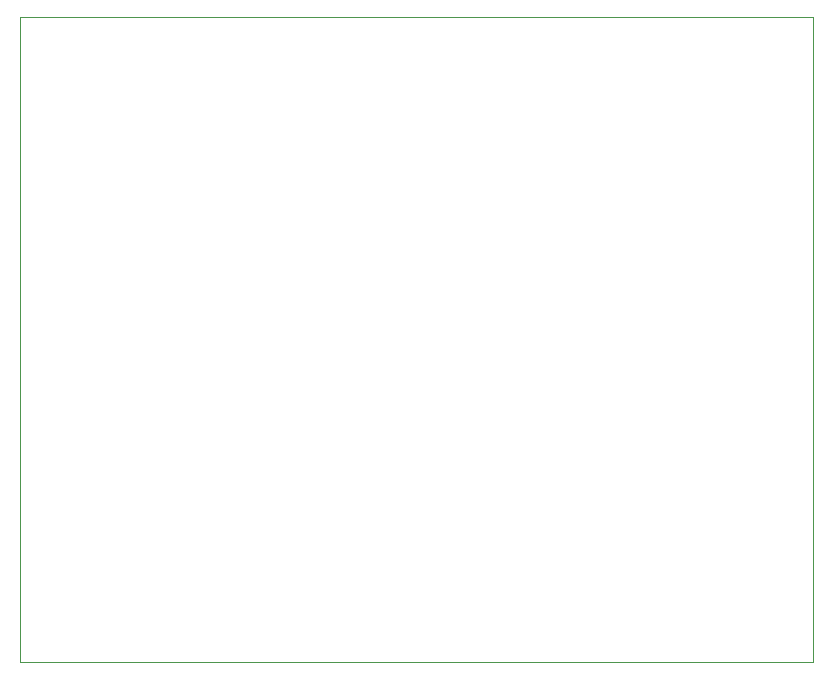
<source format=gm1>
%TF.GenerationSoftware,KiCad,Pcbnew,(6.0.2)*%
%TF.CreationDate,2024-03-29T16:16:56-05:00*%
%TF.ProjectId,Security_Mat,53656375-7269-4747-995f-4d61742e6b69,rev?*%
%TF.SameCoordinates,Original*%
%TF.FileFunction,Profile,NP*%
%FSLAX46Y46*%
G04 Gerber Fmt 4.6, Leading zero omitted, Abs format (unit mm)*
G04 Created by KiCad (PCBNEW (6.0.2)) date 2024-03-29 16:16:56*
%MOMM*%
%LPD*%
G01*
G04 APERTURE LIST*
%TA.AperFunction,Profile*%
%ADD10C,0.100000*%
%TD*%
G04 APERTURE END LIST*
D10*
X174310000Y-113190000D02*
X174310000Y-110650000D01*
X174310000Y-110650000D02*
X174310000Y-72804000D01*
X107188000Y-58547000D02*
X107188000Y-113190000D01*
X174310000Y-72804000D02*
X174300000Y-58547000D01*
X174300000Y-58547000D02*
X107188000Y-58547000D01*
X107188000Y-113190000D02*
X174310000Y-113190000D01*
M02*

</source>
